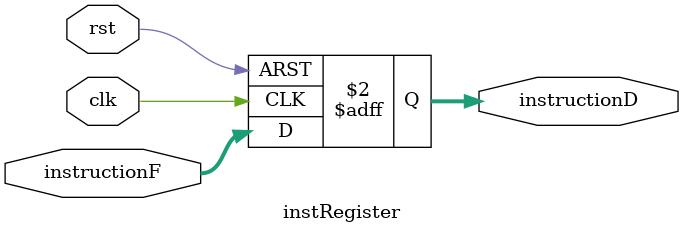
<source format=sv>

module instRegister(input logic clk, rst, input logic [32:0] instructionF, output logic [32:0] instructionD);

	
	always @ (posedge clk or posedge rst) begin
		
		if (rst) instructionD = 0;
		else
		instructionD = instructionF;
	
	end

endmodule
</source>
